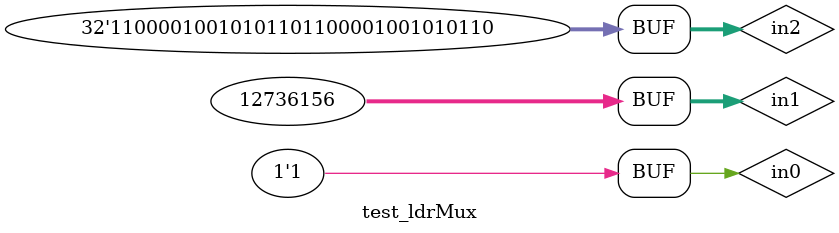
<source format=v>
module test_ldrMux;
	reg in0;
	reg [31:0] in1, in2;
	wire [31:0] result;
	initial
	begin
	    in0=1'b1; in1=32'b0; in2=32'b111;
	#10 in0=1'b0; in1=32'b1; in2=32'b10000011001001000000001100100100;
	#10 in0=1'b0; in1=32'b11001001000110; in2=32'b01000001001001010100000100100101;
	#10 in0=1'b0; in1=32'b10110000100101011010; in2=32'b0000001100100100;
	#10 in0=1'b1; in1=32'b110000100101011010011100; in2=32'b11000010010101101100001001010110;
	end

	initial
	begin
	$monitor($time," Select=%b, ram result=%b, alu result=%b, ldr output=%b",in0,in1,in2,result);
	end

	MUXLDRBus ldr(in0,in1,in2,result);

endmodule
</source>
